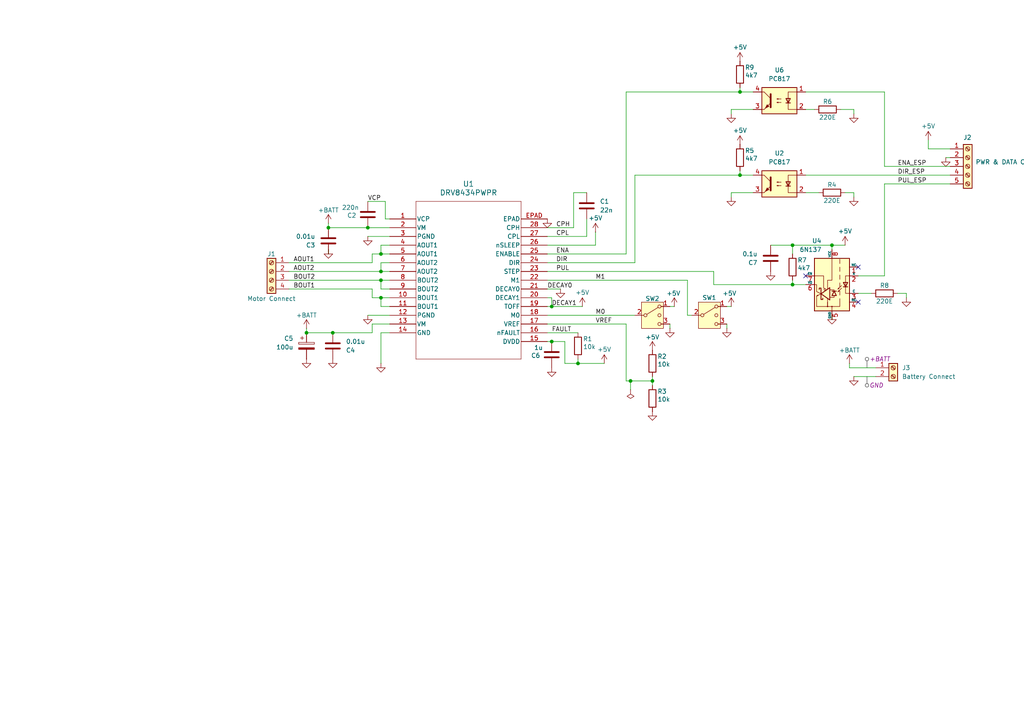
<source format=kicad_sch>
(kicad_sch (version 20250114) (generator "eeschema") (generator_version "9.0")
  (paper "A4")
  (lib_symbols
    (symbol "Connector:Screw_Terminal_01x02" (pin_names (offset 1.016) (hide yes))
      (property "Reference" "J3" (at 2.54 0.0001 0))
      (property "Value" "Battery Connect" (at 2.54 -2.5399 0))
      (symbol "Screw_Terminal_01x02_1_1"
        (rectangle (start -1.27 1.27) (end 1.27 -3.81) (stroke (width 0.254)) (fill (type background)))
        (polyline (pts (xy -0.5334 0.3302) (xy 0.3302 -0.508)) (stroke (width 0.1524)))
        (polyline (pts (xy -0.5334 -2.2098) (xy 0.3302 -3.048)) (stroke (width 0.1524)))
        (polyline (pts (xy -0.3556 0.508) (xy 0.508 -0.3302)) (stroke (width 0.1524)))
        (polyline (pts (xy -0.3556 -2.032) (xy 0.508 -2.8702)) (stroke (width 0.1524)))
        (circle (center 0 0) (radius 0.635) (stroke (width 0.1524)))
        (circle (center 0 -2.54) (radius 0.635) (stroke (width 0.1524)))
        (pin power_out line (at -5.08 0 0) (length 3.81) (name "Pin_1") (number "1"))
        (pin power_out line (at -5.08 -2.54 0) (length 3.81) (name "Pin_2") (number "2"))
      )
    )
    (symbol "Connector:Screw_Terminal_01x04" (pin_names (offset 1.016) (hide yes))
      (property "Reference" "J" (at 0 5.08 0))
      (property "Value" "Screw_Terminal_01x04" (at 0 -7.62 0))
      (symbol "Screw_Terminal_01x04_1_1"
        (rectangle (start -1.27 3.81) (end 1.27 -6.35) (stroke (width 0.254)) (fill (type background)))
        (polyline (pts (xy -0.5334 2.8702) (xy 0.3302 2.032)) (stroke (width 0.1524)))
        (polyline (pts (xy -0.5334 0.3302) (xy 0.3302 -0.508)) (stroke (width 0.1524)))
        (polyline (pts (xy -0.5334 -2.2098) (xy 0.3302 -3.048)) (stroke (width 0.1524)))
        (polyline (pts (xy -0.5334 -4.7498) (xy 0.3302 -5.588)) (stroke (width 0.1524)))
        (polyline (pts (xy -0.3556 3.048) (xy 0.508 2.2098)) (stroke (width 0.1524)))
        (polyline (pts (xy -0.3556 0.508) (xy 0.508 -0.3302)) (stroke (width 0.1524)))
        (polyline (pts (xy -0.3556 -2.032) (xy 0.508 -2.8702)) (stroke (width 0.1524)))
        (polyline (pts (xy -0.3556 -4.572) (xy 0.508 -5.4102)) (stroke (width 0.1524)))
        (circle (center 0 2.54) (radius 0.635) (stroke (width 0.1524)))
        (circle (center 0 0) (radius 0.635) (stroke (width 0.1524)))
        (circle (center 0 -2.54) (radius 0.635) (stroke (width 0.1524)))
        (circle (center 0 -5.08) (radius 0.635) (stroke (width 0.1524)))
        (pin passive line (at -5.08 2.54 0) (length 3.81) (name "Pin_1") (number "1"))
        (pin passive line (at -5.08 0 0) (length 3.81) (name "Pin_2") (number "2"))
        (pin passive line (at -5.08 -2.54 0) (length 3.81) (name "Pin_3") (number "3"))
        (pin passive line (at -5.08 -5.08 0) (length 3.81) (name "Pin_4") (number "4"))
      )
    )
    (symbol "Connector:Screw_Terminal_01x05" (pin_names (offset 1.016) (hide yes))
      (property "Reference" "J2" (at -1.27 8.382 0))
      (property "Value" "PWR & DATA Connect" (at 2.286 1.27 0))
      (symbol "Screw_Terminal_01x05_1_1"
        (rectangle (start -1.27 6.35) (end 1.27 -6.35) (stroke (width 0.254)) (fill (type background)))
        (polyline (pts (xy -0.5334 5.4102) (xy 0.3302 4.572)) (stroke (width 0.1524)))
        (polyline (pts (xy -0.5334 2.8702) (xy 0.3302 2.032)) (stroke (width 0.1524)))
        (polyline (pts (xy -0.5334 0.3302) (xy 0.3302 -0.508)) (stroke (width 0.1524)))
        (polyline (pts (xy -0.5334 -2.2098) (xy 0.3302 -3.048)) (stroke (width 0.1524)))
        (polyline (pts (xy -0.5334 -4.7498) (xy 0.3302 -5.588)) (stroke (width 0.1524)))
        (polyline (pts (xy -0.3556 5.588) (xy 0.508 4.7498)) (stroke (width 0.1524)))
        (polyline (pts (xy -0.3556 3.048) (xy 0.508 2.2098)) (stroke (width 0.1524)))
        (polyline (pts (xy -0.3556 0.508) (xy 0.508 -0.3302)) (stroke (width 0.1524)))
        (polyline (pts (xy -0.3556 -2.032) (xy 0.508 -2.8702)) (stroke (width 0.1524)))
        (polyline (pts (xy -0.3556 -4.572) (xy 0.508 -5.4102)) (stroke (width 0.1524)))
        (circle (center 0 5.08) (radius 0.635) (stroke (width 0.1524)))
        (circle (center 0 2.54) (radius 0.635) (stroke (width 0.1524)))
        (circle (center 0 0) (radius 0.635) (stroke (width 0.1524)))
        (circle (center 0 -2.54) (radius 0.635) (stroke (width 0.1524)))
        (circle (center 0 -5.08) (radius 0.635) (stroke (width 0.1524)))
        (pin power_out line (at -5.08 5.08 0) (length 3.81) (name "Pin_1") (number "1"))
        (pin passive line (at -5.08 2.54 0) (length 3.81) (name "Pin_2") (number "2"))
        (pin passive line (at -5.08 0 0) (length 3.81) (name "Pin_3") (number "3"))
        (pin passive line (at -5.08 -2.54 0) (length 3.81) (name "Pin_4") (number "4"))
        (pin passive line (at -5.08 -5.08 0) (length 3.81) (name "Pin_5") (number "5"))
      )
    )
    (symbol "DRV8434:DRV8434PWPR" (pin_names (offset 0.254))
      (property "Reference" "U" (at 22.86 10.16 0))
      (property "Value" "DRV8434PWPR" (at 22.86 7.62 0))
      (symbol "DRV8434PWPR_0_1"
        (polyline (pts (xy 7.62 5.08) (xy 7.62 -40.64)) (stroke (width 0.127)))
        (polyline (pts (xy 7.62 -40.64) (xy 38.1 -40.64)) (stroke (width 0.127)))
        (polyline (pts (xy 38.1 5.08) (xy 7.62 5.08)) (stroke (width 0.127)))
        (polyline (pts (xy 38.1 -40.64) (xy 38.1 5.08)) (stroke (width 0.127)))
        (pin unspecified line (at 0 0 0) (length 7.62) (name "VCP") (number "1"))
        (pin unspecified line (at 0 -2.54 0) (length 7.62) (name "VM") (number "2"))
        (pin output line (at 0 -7.62 0) (length 7.62) (name "AOUT1") (number "4"))
        (pin output line (at 0 -12.7 0) (length 7.62) (name "AOUT2") (number "6"))
        (pin output line (at 0 -17.78 0) (length 7.62) (name "BOUT2") (number "8"))
        (pin output line (at 0 -22.86 0) (length 7.62) (name "BOUT1") (number "10"))
        (pin unspecified line (at 0 -30.48 0) (length 7.62) (name "VM") (number "13"))
        (pin unspecified line (at 45.72 0 180) (length 7.62) (name "EPAD") (number "EPAD"))
        (pin unspecified line (at 45.72 -2.54 180) (length 7.62) (name "CPH") (number "28"))
        (pin unspecified line (at 45.72 -5.08 180) (length 7.62) (name "CPL") (number "27"))
        (pin unspecified line (at 45.72 -7.62 180) (length 7.62) (name "nSLEEP") (number "26"))
        (pin unspecified line (at 45.72 -10.16 180) (length 7.62) (name "ENABLE") (number "25"))
        (pin unspecified line (at 45.72 -12.7 180) (length 7.62) (name "DIR") (number "24"))
        (pin unspecified line (at 45.72 -15.24 180) (length 7.62) (name "STEP") (number "23"))
        (pin bidirectional line (at 45.72 -17.78 180) (length 7.62) (name "M1") (number "22"))
        (pin bidirectional line (at 45.72 -20.32 180) (length 7.62) (name "DECAY0") (number "21"))
        (pin bidirectional line (at 45.72 -22.86 180) (length 7.62) (name "DECAY1") (number "20"))
        (pin unspecified line (at 45.72 -25.4 180) (length 7.62) (name "TOFF") (number "19"))
        (pin bidirectional line (at 45.72 -27.94 180) (length 7.62) (name "M0") (number "18"))
        (pin power_in line (at 45.72 -30.48 180) (length 7.62) (name "VREF") (number "17"))
        (pin unspecified line (at 45.72 -33.02 180) (length 7.62) (name "nFAULT") (number "16"))
        (pin power_in line (at 45.72 -35.56 180) (length 7.62) (name "DVDD") (number "15"))
      )
      (symbol "DRV8434PWPR_1_1"
        (pin power_in line (at 0 -5.08 0) (length 7.62) (name "PGND") (number "3"))
        (pin passive line (at 0 -10.16 0) (length 7.62) (name "AOUT1") (number "5"))
        (pin passive line (at 0 -15.24 0) (length 7.62) (name "AOUT2") (number "7"))
        (pin passive line (at 0 -20.32 0) (length 7.62) (name "BOUT2") (number "9"))
        (pin passive line (at 0 -25.4 0) (length 7.62) (name "BOUT1") (number "11"))
        (pin power_in line (at 0 -27.94 0) (length 7.62) (name "PGND") (number "12"))
        (pin power_in line (at 0 -33.02 0) (length 7.62) (name "GND") (number "14"))
      )
    )
    (symbol "Device:C" (pin_numbers (hide yes)) (pin_names (offset 0.254))
      (property "Reference" "C" (at 0.635 2.54 0))
      (property "Value" "C" (at 0.635 -2.54 0))
      (symbol "C_0_1"
        (polyline (pts (xy -2.032 0.762) (xy 2.032 0.762)) (stroke (width 0.508)))
        (polyline (pts (xy -2.032 -0.762) (xy 2.032 -0.762)) (stroke (width 0.508)))
      )
      (symbol "C_1_1"
        (pin passive line (at 0 3.81 270) (length 2.794) (name "~") (number "1"))
        (pin passive line (at 0 -3.81 90) (length 2.794) (name "~") (number "2"))
      )
    )
    (symbol "Device:C_Polarized" (pin_numbers (hide yes)) (pin_names (offset 0.254))
      (property "Reference" "C" (at 0.635 2.54 0))
      (property "Value" "C_Polarized" (at 0.635 -2.54 0))
      (symbol "C_Polarized_0_1"
        (rectangle (start -2.286 0.508) (end 2.286 1.016))
        (polyline (pts (xy -1.778 2.286) (xy -0.762 2.286)))
        (polyline (pts (xy -1.27 2.794) (xy -1.27 1.778)))
        (rectangle (start 2.286 -0.508) (end -2.286 -1.016) (fill (type outline)))
      )
      (symbol "C_Polarized_1_1"
        (pin passive line (at 0 3.81 270) (length 2.794) (name "~") (number "1"))
        (pin passive line (at 0 -3.81 90) (length 2.794) (name "~") (number "2"))
      )
    )
    (symbol "Device:R" (pin_numbers (hide yes)) (pin_names (offset 0))
      (property "Reference" "R" (at 2.032 0 90))
      (property "Value" "R" (at 0 0 90))
      (symbol "R_0_1"
        (rectangle (start -1.016 -2.54) (end 1.016 2.54) (stroke (width 0.254)))
      )
      (symbol "R_1_1"
        (pin passive line (at 0 3.81 270) (length 1.27) (name "~") (number "1"))
        (pin passive line (at 0 -3.81 90) (length 1.27) (name "~") (number "2"))
      )
    )
    (symbol "Isolator:6N137" (pin_names (offset 0))
      (property "Reference" "U" (at -4.064 8.89 0))
      (property "Value" "6N137" (at 0 -8.89 0))
      (symbol "6N137_0_1"
        (polyline (pts (xy -5.08 -2.54) (xy -3.937 -2.54) (xy -3.937 2.54) (xy -5.08 2.54)))
        (polyline (pts (xy -2.794 -0.254) (xy -1.717 -1.331) (xy -2.076 -1.152) (xy -1.896 -0.972) (xy -1.717 -1.331)))
        (polyline (pts (xy -2.794 -1.016) (xy -1.717 -2.093) (xy -2.076 -1.914) (xy -1.896 -1.734) (xy -1.717 -2.093)))
        (polyline (pts (xy 0 -6.35) (xy -2.286 -6.35) (xy -2.286 -4.064)))
        (polyline (pts (xy 1.27 -5.08) (xy 1.27 -6.35) (xy 0 -6.35) (xy 0 -7.62)))
        (polyline (pts (xy 3.175 -2.667) (xy 0.635 -4.445) (xy 0.635 -0.889) (xy 3.175 -2.667)) (stroke (width 0.254)))
      )
      (symbol "6N137_1_1"
        (rectangle (start -5.08 7.62) (end 5.08 -7.62) (stroke (width 0.254)) (fill (type background)))
        (polyline (pts (xy -4.572 -0.635) (xy -3.302 -0.635)) (stroke (width 0.254)))
        (polyline (pts (xy -3.937 -0.635) (xy -4.572 0.635) (xy -3.302 0.635) (xy -3.937 -0.635)) (stroke (width 0.254)))
        (polyline (pts (xy -2.286 7.366) (xy -2.286 6.096)))
        (polyline (pts (xy -2.286 5.08) (xy -2.286 3.81)))
        (polyline (pts (xy -2.286 2.794) (xy -2.286 1.524)))
        (polyline (pts (xy -2.286 0.508) (xy -2.286 -0.762)))
        (polyline (pts (xy -2.286 -1.778) (xy -2.286 -3.048)))
        (polyline (pts (xy -1.27 -1.905) (xy 0 -1.905)) (stroke (width 0.254)))
        (polyline (pts (xy -0.635 -1.905) (xy -0.635 -1.524) (xy 0.508 -1.524)))
        (polyline (pts (xy -0.635 -1.905) (xy -1.27 -3.175) (xy 0 -3.175) (xy -0.635 -1.905)) (stroke (width 0.254)))
        (polyline (pts (xy -0.635 -3.302) (xy -0.635 -3.683) (xy 0.635 -3.683)))
        (circle (center 0 -6.35) (radius 0.127) (fill (type outline)))
        (polyline (pts (xy 1.27 -1.27) (xy 1.27 1.27) (xy 0 1.27) (xy 0 7.62)))
        (polyline (pts (xy 1.27 -4.064) (xy 1.27 -6.35) (xy 4.445 -6.35)))
        (circle (center 1.27 -6.35) (radius 0.127) (fill (type outline)))
        (circle (center 2.032 -1.397) (radius 0.254))
        (polyline (pts (xy 2.1844 -1.1684) (xy 2.413 -0.889) (xy 2.413 2.54) (xy 5.08 2.54)))
        (polyline (pts (xy 3.175 -2.667) (xy 4.445 -3.302) (xy 4.445 -6.35)))
        (polyline (pts (xy 3.175 -2.667) (xy 3.175 -1.016) (xy 3.683 -1.016) (xy 3.683 -1.397)) (stroke (width 0.254)))
        (polyline (pts (xy 3.175 -2.667) (xy 3.175 -4.318) (xy 2.667 -4.318) (xy 2.667 -3.937)) (stroke (width 0.254)))
        (polyline (pts (xy 3.175 -2.667) (xy 4.445 -2.032) (xy 4.445 0) (xy 5.08 0)))
        (polyline (pts (xy 4.445 -3.302) (xy 4.161 -3.018) (xy 4.047 -3.246) (xy 4.445 -3.302)) (stroke (width 0.127)) (fill (type outline)))
        (pin passive line (at -7.62 5.08 0) (length 2.54) (name "NC") (number "1"))
        (pin passive line (at -7.62 2.54 0) (length 2.54) (name "A") (number "2"))
        (pin passive line (at -7.62 -2.54 0) (length 2.54) (name "C") (number "3"))
        (pin passive line (at -7.62 -5.08 0) (length 2.54) (name "NC") (number "4"))
        (pin power_in line (at 0 10.16 270) (length 2.54) (name "VCC") (number "8"))
        (pin power_in line (at 0 -10.16 90) (length 2.54) (name "GND") (number "5"))
        (pin input line (at 7.62 2.54 180) (length 2.54) (name "EN") (number "7"))
        (pin open_collector line (at 7.62 0 180) (length 2.54) (name "VO") (number "6"))
      )
    )
    (symbol "Isolator:PC817" (pin_names (offset 1.016))
      (property "Reference" "U" (at -5.08 5.08 0))
      (property "Value" "PC817" (at 0 5.08 0))
      (symbol "PC817_0_1"
        (rectangle (start -5.08 3.81) (end 5.08 -3.81) (stroke (width 0.254)) (fill (type background)))
        (polyline (pts (xy -5.08 2.54) (xy -2.54 2.54) (xy -2.54 -0.635)))
        (polyline (pts (xy -3.175 -0.635) (xy -1.905 -0.635)) (stroke (width 0.254)))
        (polyline (pts (xy -2.54 -0.635) (xy -2.54 -2.54) (xy -5.08 -2.54)))
        (polyline (pts (xy -2.54 -0.635) (xy -3.175 0.635) (xy -1.905 0.635) (xy -2.54 -0.635)) (stroke (width 0.254)))
        (polyline (pts (xy -0.508 0.508) (xy 0.762 0.508) (xy 0.381 0.381) (xy 0.381 0.635) (xy 0.762 0.508)))
        (polyline (pts (xy -0.508 -0.508) (xy 0.762 -0.508) (xy 0.381 -0.635) (xy 0.381 -0.381) (xy 0.762 -0.508)))
        (polyline (pts (xy 2.54 1.905) (xy 2.54 -1.905) (xy 2.54 -1.905)) (stroke (width 0.508)))
        (polyline (pts (xy 2.54 0.635) (xy 4.445 2.54)))
        (polyline (pts (xy 3.048 -1.651) (xy 3.556 -1.143) (xy 4.064 -2.159) (xy 3.048 -1.651) (xy 3.048 -1.651)) (fill (type outline)))
        (polyline (pts (xy 4.445 2.54) (xy 5.08 2.54)))
        (polyline (pts (xy 4.445 -2.54) (xy 2.54 -0.635)) (fill (type outline)))
        (polyline (pts (xy 4.445 -2.54) (xy 5.08 -2.54)))
      )
      (symbol "PC817_1_1"
        (pin passive line (at -7.62 2.54 0) (length 2.54) (name "~") (number "1"))
        (pin passive line (at -7.62 -2.54 0) (length 2.54) (name "~") (number "2"))
        (pin passive line (at 7.62 2.54 180) (length 2.54) (name "~") (number "4"))
        (pin passive line (at 7.62 -2.54 180) (length 2.54) (name "~") (number "3"))
      )
    )
    (symbol "Switch:SW_SPDT_MSM" (pin_names (offset 0) (hide yes))
      (property "Reference" "SW" (at 0 5.08 0))
      (property "Value" "SW_SPDT_MSM" (at 0 -5.08 0))
      (symbol "SW_SPDT_MSM_0_1"
        (circle (center -2.032 0) (radius 0.4572))
        (polyline (pts (xy -1.651 0.254) (xy 1.651 2.286)))
        (circle (center 2.032 2.54) (radius 0.4572))
        (circle (center 2.032 0) (radius 0.4572))
        (circle (center 2.032 -2.54) (radius 0.4572))
      )
      (symbol "SW_SPDT_MSM_1_1"
        (rectangle (start -3.175 3.81) (end 3.175 -3.81) (fill (type background)))
        (pin passive line (at -5.08 0 0) (length 2.54) (name "3") (number "2"))
        (pin passive line (at 5.08 2.54 180) (length 2.54) (name "1") (number "1"))
        (pin passive line (at 5.08 -2.54 180) (length 2.54) (name "4") (number "3"))
      )
    )
    (symbol "power:+5V" (power) (pin_numbers (hide yes)) (pin_names (offset 0) (hide yes))
      (property "Value" "+5V" (at 0 3.556 0))
      (symbol "+5V_0_1"
        (polyline (pts (xy -0.762 1.27) (xy 0 2.54)))
        (polyline (pts (xy 0 2.54) (xy 0.762 1.27)))
        (polyline (pts (xy 0 0) (xy 0 2.54)))
      )
      (symbol "+5V_1_1"
        (pin power_in line (at 0 0 90) (length 0) (name "~") (number "1"))
      )
    )
    (symbol "power:+BATT" (power) (pin_numbers (hide yes)) (pin_names (offset 0) (hide yes))
      (property "Value" "+BATT" (at 0 3.556 0))
      (symbol "+BATT_0_1"
        (polyline (pts (xy -0.762 1.27) (xy 0 2.54)))
        (polyline (pts (xy 0 2.54) (xy 0.762 1.27)))
        (polyline (pts (xy 0 0) (xy 0 2.54)))
      )
      (symbol "+BATT_1_1"
        (pin power_in line (at 0 0 90) (length 0) (name "~") (number "1"))
      )
    )
    (symbol "power:GND" (power) (pin_numbers (hide yes)) (pin_names (offset 0) (hide yes))
      (property "Value" "GND" (at 0 -3.81 0))
      (symbol "GND_0_1"
        (polyline (pts (xy 0 0) (xy 0 -1.27) (xy 1.27 -1.27) (xy 0 -2.54) (xy -1.27 -1.27) (xy 0 -1.27)))
      )
      (symbol "GND_1_1"
        (pin power_in line (at 0 0 270) (length 0) (name "~") (number "1"))
      )
    )
    (symbol "power:PWR_FLAG" (power) (pin_numbers (hide yes)) (pin_names (offset 0) (hide yes))
      (property "Value" "PWR_FLAG" (at 0 3.81 0))
      (symbol "PWR_FLAG_0_0"
        (pin power_out line (at 0 0 90) (length 0) (name "~") (number "1"))
      )
      (symbol "PWR_FLAG_0_1"
        (polyline (pts (xy 0 0) (xy 0 1.27) (xy -1.016 1.905) (xy 0 2.54) (xy 1.016 1.905) (xy 0 1.27)))
      )
    )
  )
  (junction (at 160.02 99.06))
  (junction (at 182.88 110.49))
  (junction (at 95.25 66.04))
  (junction (at 110.49 73.66))
  (junction (at 214.63 50.8))
  (junction (at 110.49 86.36))
  (junction (at 88.9 96.52))
  (junction (at 214.63 26.67))
  (junction (at 106.68 66.04))
  (junction (at 96.52 96.52))
  (junction (at 229.87 71.12))
  (junction (at 160.02 88.9))
  (junction (at 241.3 71.12))
  (junction (at 167.64 105.41))
  (junction (at 110.49 78.74))
  (junction (at 229.87 82.55))
  (junction (at 110.49 81.28))
  (junction (at 189.23 110.49))
  (no_connect (at 233.68 80.01))
  (no_connect (at 248.92 87.63))
  (no_connect (at 248.92 77.47))
  (wire (pts (xy 83.82 76.2) (xy 107.95 76.2)))
  (wire (pts (xy 113.03 71.12) (xy 110.49 71.12)))
  (wire (pts (xy 110.49 88.9) (xy 110.49 86.36)))
  (wire (pts (xy 167.64 104.14) (xy 167.64 105.41)))
  (wire (pts (xy 260.35 85.09) (xy 262.89 85.09)))
  (wire (pts (xy 247.65 55.88) (xy 247.65 57.15)))
  (wire (pts (xy 233.68 31.75) (xy 236.22 31.75)))
  (wire (pts (xy 241.3 92.71) (xy 241.3 91.44)))
  (wire (pts (xy 111.76 58.42) (xy 111.76 63.5)))
  (wire (pts (xy 184.15 50.8) (xy 214.63 50.8)))
  (wire (pts (xy 111.76 63.5) (xy 113.03 63.5)))
  (wire (pts (xy 107.95 73.66) (xy 107.95 76.2)))
  (wire (pts (xy 158.75 99.06) (xy 160.02 99.06)))
  (wire (pts (xy 256.54 80.01) (xy 248.92 80.01)))
  (wire (pts (xy 246.38 105.41) (xy 246.38 106.68)))
  (wire (pts (xy 163.83 105.41) (xy 163.83 99.06)))
  (wire (pts (xy 83.82 81.28) (xy 110.49 81.28)))
  (wire (pts (xy 194.31 93.98) (xy 194.31 95.25)))
  (wire (pts (xy 189.23 110.49) (xy 189.23 111.76)))
  (wire (pts (xy 207.01 82.55) (xy 229.87 82.55)))
  (wire (pts (xy 229.87 71.12) (xy 229.87 73.66)))
  (wire (pts (xy 106.68 66.04) (xy 113.03 66.04)))
  (wire (pts (xy 106.68 68.58) (xy 113.03 68.58)))
  (wire (pts (xy 167.64 105.41) (xy 175.26 105.41)))
  (wire (pts (xy 113.03 96.52) (xy 110.49 96.52)))
  (wire (pts (xy 166.37 66.04) (xy 158.75 66.04)))
  (wire (pts (xy 247.65 109.22) (xy 254 109.22)))
  (wire (pts (xy 107.95 93.98) (xy 107.95 96.52)))
  (wire (pts (xy 106.68 91.44) (xy 113.03 91.44)))
  (wire (pts (xy 107.95 86.36) (xy 107.95 83.82)))
  (wire (pts (xy 181.61 73.66) (xy 158.75 73.66)))
  (wire (pts (xy 113.03 88.9) (xy 110.49 88.9)))
  (wire (pts (xy 199.39 91.44) (xy 199.39 81.28)))
  (wire (pts (xy 110.49 81.28) (xy 113.03 81.28)))
  (wire (pts (xy 172.72 67.31) (xy 172.72 71.12)))
  (wire (pts (xy 113.03 76.2) (xy 110.49 76.2)))
  (wire (pts (xy 247.65 31.75) (xy 247.65 33.02)))
  (wire (pts (xy 110.49 96.52) (xy 110.49 105.41)))
  (wire (pts (xy 170.18 68.58) (xy 158.75 68.58)))
  (wire (pts (xy 95.25 64.77) (xy 95.25 66.04)))
  (wire (pts (xy 158.75 83.82) (xy 162.56 83.82)))
  (wire (pts (xy 107.95 83.82) (xy 83.82 83.82)))
  (wire (pts (xy 256.54 48.26) (xy 256.54 26.67)))
  (wire (pts (xy 189.23 109.22) (xy 189.23 110.49)))
  (wire (pts (xy 241.3 71.12) (xy 241.3 72.39)))
  (wire (pts (xy 229.87 71.12) (xy 241.3 71.12)))
  (wire (pts (xy 256.54 53.34) (xy 256.54 80.01)))
  (wire (pts (xy 269.24 43.18) (xy 269.24 40.64)))
  (wire (pts (xy 181.61 110.49) (xy 182.88 110.49)))
  (wire (pts (xy 110.49 86.36) (xy 113.03 86.36)))
  (wire (pts (xy 256.54 53.34) (xy 275.59 53.34)))
  (wire (pts (xy 246.38 106.68) (xy 254 106.68)))
  (wire (pts (xy 88.9 96.52) (xy 96.52 96.52)))
  (wire (pts (xy 184.15 50.8) (xy 184.15 76.2)))
  (wire (pts (xy 160.02 88.9) (xy 168.91 88.9)))
  (wire (pts (xy 181.61 26.67) (xy 214.63 26.67)))
  (wire (pts (xy 113.03 93.98) (xy 107.95 93.98)))
  (wire (pts (xy 160.02 86.36) (xy 160.02 88.9)))
  (wire (pts (xy 262.89 85.09) (xy 262.89 86.36)))
  (wire (pts (xy 110.49 78.74) (xy 113.03 78.74)))
  (wire (pts (xy 210.82 95.25) (xy 210.82 93.98)))
  (wire (pts (xy 158.75 76.2) (xy 184.15 76.2)))
  (wire (pts (xy 229.87 81.28) (xy 229.87 82.55)))
  (wire (pts (xy 96.52 96.52) (xy 107.95 96.52)))
  (wire (pts (xy 110.49 83.82) (xy 110.49 81.28)))
  (wire (pts (xy 269.24 43.18) (xy 275.59 43.18)))
  (wire (pts (xy 207.01 82.55) (xy 207.01 78.74)))
  (wire (pts (xy 170.18 63.5) (xy 170.18 68.58)))
  (wire (pts (xy 212.09 31.75) (xy 212.09 33.02)))
  (wire (pts (xy 214.63 25.4) (xy 214.63 26.67)))
  (wire (pts (xy 106.68 58.42) (xy 111.76 58.42)))
  (wire (pts (xy 172.72 71.12) (xy 158.75 71.12)))
  (wire (pts (xy 163.83 99.06) (xy 160.02 99.06)))
  (wire (pts (xy 166.37 55.88) (xy 170.18 55.88)))
  (wire (pts (xy 158.75 91.44) (xy 184.15 91.44)))
  (wire (pts (xy 95.25 66.04) (xy 106.68 66.04)))
  (wire (pts (xy 107.95 73.66) (xy 110.49 73.66)))
  (wire (pts (xy 95.25 72.39) (xy 95.25 73.66)))
  (wire (pts (xy 212.09 55.88) (xy 212.09 57.15)))
  (wire (pts (xy 163.83 105.41) (xy 167.64 105.41)))
  (wire (pts (xy 245.11 55.88) (xy 247.65 55.88)))
  (wire (pts (xy 182.88 110.49) (xy 189.23 110.49)))
  (wire (pts (xy 158.75 96.52) (xy 167.64 96.52)))
  (wire (pts (xy 229.87 82.55) (xy 233.68 82.55)))
  (wire (pts (xy 181.61 93.98) (xy 181.61 110.49)))
  (wire (pts (xy 256.54 48.26) (xy 275.59 48.26)))
  (wire (pts (xy 166.37 55.88) (xy 166.37 66.04)))
  (wire (pts (xy 158.75 78.74) (xy 207.01 78.74)))
  (wire (pts (xy 233.68 50.8) (xy 275.59 50.8)))
  (wire (pts (xy 113.03 83.82) (xy 110.49 83.82)))
  (wire (pts (xy 245.11 71.12) (xy 241.3 71.12)))
  (wire (pts (xy 212.09 31.75) (xy 218.44 31.75)))
  (wire (pts (xy 237.49 55.88) (xy 233.68 55.88)))
  (wire (pts (xy 223.52 71.12) (xy 229.87 71.12)))
  (wire (pts (xy 110.49 73.66) (xy 113.03 73.66)))
  (wire (pts (xy 199.39 81.28) (xy 158.75 81.28)))
  (wire (pts (xy 194.31 88.9) (xy 195.58 88.9)))
  (wire (pts (xy 110.49 71.12) (xy 110.49 73.66)))
  (wire (pts (xy 88.9 95.25) (xy 88.9 96.52)))
  (wire (pts (xy 214.63 50.8) (xy 218.44 50.8)))
  (wire (pts (xy 158.75 88.9) (xy 160.02 88.9)))
  (wire (pts (xy 107.95 86.36) (xy 110.49 86.36)))
  (wire (pts (xy 256.54 26.67) (xy 233.68 26.67)))
  (wire (pts (xy 210.82 88.9) (xy 212.09 88.9)))
  (wire (pts (xy 252.73 85.09) (xy 248.92 85.09)))
  (wire (pts (xy 274.32 45.72) (xy 275.59 45.72)))
  (wire (pts (xy 158.75 93.98) (xy 181.61 93.98)))
  (wire (pts (xy 181.61 26.67) (xy 181.61 73.66)))
  (wire (pts (xy 199.39 91.44) (xy 200.66 91.44)))
  (wire (pts (xy 214.63 49.53) (xy 214.63 50.8)))
  (wire (pts (xy 212.09 55.88) (xy 218.44 55.88)))
  (wire (pts (xy 110.49 76.2) (xy 110.49 78.74)))
  (wire (pts (xy 158.75 86.36) (xy 160.02 86.36)))
  (wire (pts (xy 182.88 110.49) (xy 182.88 113.03)))
  (wire (pts (xy 83.82 78.74) (xy 110.49 78.74)))
  (wire (pts (xy 243.84 31.75) (xy 247.65 31.75)))
  (wire (pts (xy 214.63 26.67) (xy 218.44 26.67)))
  (label "ENA_ESP" (at 260.35 48.26 0))
  (label "AOUT1" (at 85.09 76.2 0))
  (label "CPL" (at 161.29 68.58 0))
  (label "CPH" (at 161.29 66.04 0))
  (label "M1" (at 172.72 81.28 0))
  (label "ENA" (at 161.29 73.66 0))
  (label "PUL" (at 161.29 78.74 0))
  (label "AOUT2" (at 85.09 78.74 0))
  (label "BOUT2" (at 85.09 81.28 0))
  (label "DIR_ESP" (at 260.35 50.8 0))
  (label "DIR" (at 161.29 76.2 0))
  (label "M0" (at 172.72 91.44 0))
  (label "DECAY0" (at 158.75 83.82 0))
  (label "DECAY1" (at 160.02 88.9 0))
  (label "BOUT1" (at 85.09 83.82 0))
  (label "VREF" (at 172.72 93.98 0))
  (label "FAULT" (at 160.02 96.52 0))
  (label "PUL_ESP" (at 260.35 53.34 0))
  (label "VCP" (at 106.68 58.42 0))
  (netclass_flag "" (length 2.54) (shape round) (at 251.46 106.68 0) (property "Netclass" "+BATT" (at 252.1585 104.14 0) (effects (font (italic yes)) (justify left))))
  (netclass_flag "" (length 2.54) (shape round) (at 251.46 109.22 180) (property "Netclass" "GND" (at 252.1585 111.76 0) (effects (font (italic yes)) (justify left))))
  (symbol (lib_id "Device:C") (at 160.02 102.87 0) (unit 1)
    (property "Reference" "C6" (at 156.718 103.124 0) (effects (justify right)))
    (property "Value" "1u" (at 157.48 100.838 0) (effects (justify right)))
    (property "Footprint" "Capacitor_SMD:C_0603_1608Metric_Pad1.08x0.95mm_HandSolder" (effects (hide yes)))
    (property "Description" "Unpolarized capacitor" (effects (hide yes)))
  )
  (symbol (lib_id "power:GND") (at 162.56 83.82 0) (unit 1)
    (property "Reference" "#PWR018" (effects (hide yes)))
    (property "Value" "GND" (effects (hide yes)))
    (property "Description" "Power symbol creates a global label with name \"GND\" , ground" (effects (hide yes)))
  )
  (symbol (lib_id "Isolator:6N137") (at 241.3 82.55 0) (mirror y) (unit 1)
    (property "Reference" "U4" (at 238.2835 69.85 0) (effects (justify left)))
    (property "Value" "6N137" (at 238.2835 72.39 0) (effects (justify left)))
    (property "Footprint" "Package_DIP:DIP-8_W7.62mm" (effects (hide yes)))
    (property "Datasheet" "https://docs.broadcom.com/docs/AV02-0940EN" (effects (hide yes)))
    (property "Description" "Single High Speed LSTTL/TTL Compatible Optocoupler with enable, dV/dt 1000/us, VCM 10, max 7V VCC, DIP-8" (effects (hide yes)))
  )
  (symbol (lib_id "power:+BATT") (at 88.9 95.25 0) (unit 1)
    (property "Reference" "#PWR08" (effects (hide yes)))
    (property "Value" "+BATT" (at 88.9 91.44 0))
    (property "Description" "Power symbol creates a global label with name \"+BATT\"" (effects (hide yes)))
  )
  (symbol (lib_id "Device:R") (at 241.3 55.88 270) (unit 1)
    (property "Reference" "R4" (at 241.3 53.594 90))
    (property "Value" "220E" (at 241.3 58.166 90))
    (property "Footprint" "Resistor_SMD:R_0603_1608Metric_Pad0.98x0.95mm_HandSolder" (effects (hide yes)))
    (property "Description" "Resistor" (effects (hide yes)))
  )
  (symbol (lib_id "Connector:Screw_Terminal_01x04") (at 78.74 78.74 0) (mirror y) (unit 1)
    (property "Reference" "J1" (at 78.74 73.66 0))
    (property "Value" "Motor Connect" (at 78.74 86.614 0))
    (property "Footprint" "Connector_Phoenix_MSTB:PhoenixContact_MSTBA_2,5_4-G-5,08_1x04_P5.08mm_Horizontal" (effects (hide yes)))
    (property "Description" "Phoenix Connect MSTBA 1x4 5.08mm" (effects (hide yes)))
  )
  (symbol (lib_id "Isolator:PC817") (at 226.06 53.34 0) (mirror y) (unit 1)
    (property "Reference" "U2" (at 226.06 44.45 0))
    (property "Value" "PC817" (at 226.06 46.99 0))
    (property "Footprint" "Package_DIP:DIP-4_W7.62mm" (effects (hide yes)))
    (property "Datasheet" "http://www.soselectronic.cz/a_info/resource/d/pc817.pdf" (effects (hide yes)))
    (property "Description" "DC Optocoupler, Vce 35V, CTR 50-300%, DIP-4" (effects (hide yes)))
  )
  (symbol (lib_id "power:GND") (at 88.9 104.14 0) (unit 1)
    (property "Reference" "#PWR06" (effects (hide yes)))
    (property "Value" "GND" (effects (hide yes)))
    (property "Description" "Power symbol creates a global label with name \"GND\" , ground" (effects (hide yes)))
  )
  (symbol (lib_id "power:GND") (at 210.82 95.25 0) (unit 1)
    (property "Reference" "#PWR012" (effects (hide yes)))
    (property "Value" "GND" (effects (hide yes)))
    (property "Description" "Power symbol creates a global label with name \"GND\" , ground" (effects (hide yes)))
  )
  (symbol (lib_id "Device:R") (at 214.63 21.59 180) (unit 1)
    (property "Reference" "R9" (at 217.424 19.558 0))
    (property "Value" "4k7" (at 217.932 21.844 0))
    (property "Footprint" "Resistor_SMD:R_0603_1608Metric_Pad0.98x0.95mm_HandSolder" (effects (hide yes)))
    (property "Description" "Resistor" (effects (hide yes)))
  )
  (symbol (lib_id "Device:R") (at 167.64 100.33 180) (unit 1)
    (property "Reference" "R1" (at 170.434 98.298 0))
    (property "Value" "10k" (at 170.942 100.584 0))
    (property "Footprint" "Resistor_SMD:R_0603_1608Metric_Pad0.98x0.95mm_HandSolder" (effects (hide yes)))
    (property "Description" "Resistor" (effects (hide yes)))
  )
  (symbol (lib_id "power:+5V") (at 175.26 105.41 0) (unit 1)
    (property "Reference" "#PWR013" (effects (hide yes)))
    (property "Value" "+5V" (at 175.26 101.346 0))
    (property "Description" "Power symbol creates a global label with name \"+5V\"" (effects (hide yes)))
  )
  (symbol (lib_id "power:+BATT") (at 246.38 105.41 0) (unit 1)
    (property "Reference" "#PWR024" (effects (hide yes)))
    (property "Value" "+BATT" (at 246.38 101.6 0))
    (property "Description" "Power symbol creates a global label with name \"+BATT\"" (effects (hide yes)))
  )
  (symbol (lib_id "power:GND") (at 194.31 95.25 0) (unit 1)
    (property "Reference" "#PWR011" (effects (hide yes)))
    (property "Value" "GND" (effects (hide yes)))
    (property "Description" "Power symbol creates a global label with name \"GND\" , ground" (effects (hide yes)))
  )
  (symbol (lib_id "power:GND") (at 106.68 68.58 0) (unit 1)
    (property "Reference" "#PWR02" (effects (hide yes)))
    (property "Value" "GND" (effects (hide yes)))
    (property "Description" "Power symbol creates a global label with name \"GND\" , ground" (effects (hide yes)))
  )
  (symbol (lib_id "power:+5V") (at 195.58 88.9 0) (unit 1)
    (property "Reference" "#PWR010" (effects (hide yes)))
    (property "Value" "+5V" (at 195.326 85.09 0))
    (property "Description" "Power symbol creates a global label with name \"+5V\"" (effects (hide yes)))
  )
  (symbol (lib_id "Device:C") (at 223.52 74.93 0) (unit 1)
    (property "Reference" "C7" (at 219.71 76.2001 0) (effects (justify right)))
    (property "Value" "0.1u" (at 219.71 73.6601 0) (effects (justify right)))
    (property "Footprint" "Capacitor_SMD:C_0603_1608Metric_Pad1.08x0.95mm_HandSolder" (effects (hide yes)))
    (property "Description" "Unpolarized capacitor" (effects (hide yes)))
  )
  (symbol (lib_id "power:+5V") (at 212.09 88.9 0) (unit 1)
    (property "Reference" "#PWR09" (effects (hide yes)))
    (property "Value" "+5V" (at 211.582 85.09 0))
    (property "Description" "Power symbol creates a global label with name \"+5V\"" (effects (hide yes)))
  )
  (symbol (lib_id "Device:C") (at 95.25 69.85 0) (unit 1)
    (property "Reference" "C3" (at 91.44 71.1201 0) (effects (justify right)))
    (property "Value" "0.01u" (at 91.44 68.5801 0) (effects (justify right)))
    (property "Footprint" "Capacitor_SMD:C_0603_1608Metric_Pad1.08x0.95mm_HandSolder" (effects (hide yes)))
    (property "Description" "Unpolarized capacitor" (effects (hide yes)))
  )
  (symbol (lib_id "Device:R") (at 189.23 105.41 180) (unit 1)
    (property "Reference" "R2" (at 192.024 103.378 0))
    (property "Value" "10k" (at 192.532 105.664 0))
    (property "Footprint" "Resistor_SMD:R_0603_1608Metric_Pad0.98x0.95mm_HandSolder" (effects (hide yes)))
    (property "Description" "Resistor" (effects (hide yes)))
  )
  (symbol (lib_id "Device:R") (at 189.23 115.57 180) (unit 1)
    (property "Reference" "R3" (at 192.024 113.538 0))
    (property "Value" "10k" (at 192.532 115.824 0))
    (property "Footprint" "Resistor_SMD:R_0603_1608Metric_Pad0.98x0.95mm_HandSolder" (effects (hide yes)))
    (property "Description" "Resistor" (effects (hide yes)))
  )
  (symbol (lib_id "Device:R") (at 229.87 77.47 180) (unit 1)
    (property "Reference" "R7" (at 232.664 75.438 0))
    (property "Value" "4k7" (at 233.172 77.724 0))
    (property "Footprint" "Resistor_SMD:R_0603_1608Metric_Pad0.98x0.95mm_HandSolder" (effects (hide yes)))
    (property "Description" "Resistor" (effects (hide yes)))
  )
  (symbol (lib_id "Device:R") (at 214.63 45.72 180) (unit 1)
    (property "Reference" "R5" (at 217.424 43.688 0))
    (property "Value" "4k7" (at 217.932 45.974 0))
    (property "Footprint" "Resistor_SMD:R_0603_1608Metric_Pad0.98x0.95mm_HandSolder" (effects (hide yes)))
    (property "Description" "Resistor" (effects (hide yes)))
  )
  (symbol (lib_id "power:+5V") (at 214.63 17.78 0) (unit 1)
    (property "Reference" "#PWR021" (effects (hide yes)))
    (property "Value" "+5V" (at 214.63 13.716 0))
    (property "Description" "Power symbol creates a global label with name \"+5V\"" (effects (hide yes)))
  )
  (symbol (lib_id "power:PWR_FLAG") (at 182.88 113.03 180) (unit 1)
    (property "Reference" "#FLG04" (effects (hide yes)))
    (property "Value" "PWR_FLAG" (effects (hide yes)))
    (property "Description" "Special symbol for telling ERC where power comes from" (effects (hide yes)))
  )
  (symbol (lib_id "power:+5V") (at 245.11 71.12 0) (unit 1)
    (property "Reference" "#PWR031" (effects (hide yes)))
    (property "Value" "+5V" (at 245.11 67.056 0))
    (property "Description" "Power symbol creates a global label with name \"+5V\"" (effects (hide yes)))
  )
  (symbol (lib_id "power:+5V") (at 168.91 88.9 0) (unit 1)
    (property "Reference" "#PWR017" (effects (hide yes)))
    (property "Value" "+5V" (at 168.91 84.836 0))
    (property "Description" "Power symbol creates a global label with name \"+5V\"" (effects (hide yes)))
  )
  (symbol (lib_id "power:+5V") (at 269.24 40.64 0) (unit 1)
    (property "Reference" "#PWR033" (effects (hide yes)))
    (property "Value" "+5V" (at 269.24 36.576 0))
    (property "Description" "Power symbol creates a global label with name \"+5V\"" (effects (hide yes)))
  )
  (symbol (lib_id "Connector:Screw_Terminal_01x05") (at 280.67 48.26 0) (unit 1)
    (property "Reference" "J2" (at 279.4 39.878 0) (effects (justify left)))
    (property "Value" "PWR & DATA Connect" (at 282.956 46.99 0) (effects (justify left)))
    (property "Footprint" "Connector_Phoenix_MSTB:PhoenixContact_MSTBA_2,5_5-G-5,08_1x05_P5.08mm_Horizontal" (effects (hide yes)))
    (property "Description" "Phoenix Connect MSTBA 1x5 5.08mm" (effects (hide yes)))
  )
  (symbol (lib_id "Device:C_Polarized") (at 88.9 100.33 0) (unit 1)
    (property "Reference" "C5" (at 85.09 98.1709 0) (effects (justify right)))
    (property "Value" "100u" (at 85.09 100.7109 0) (effects (justify right)))
    (property "Footprint" "Capacitor_THT:CP_Radial_D8.0mm_P3.50mm" (effects (hide yes)))
    (property "Description" "Polarized capacitor" (effects (hide yes)))
  )
  (symbol (lib_id "Device:C") (at 106.68 62.23 0) (unit 1)
    (property "Reference" "C2" (at 103.378 62.484 0) (effects (justify right)))
    (property "Value" "220n" (at 104.14 60.198 0) (effects (justify right)))
    (property "Footprint" "Capacitor_SMD:C_0603_1608Metric_Pad1.08x0.95mm_HandSolder" (effects (hide yes)))
    (property "Description" "Unpolarized capacitor" (effects (hide yes)))
  )
  (symbol (lib_id "power:GND") (at 212.09 57.15 0) (mirror y) (unit 1)
    (property "Reference" "#PWR022" (effects (hide yes)))
    (property "Value" "GND" (effects (hide yes)))
    (property "Description" "Power symbol creates a global label with name \"GND\" , ground" (effects (hide yes)))
  )
  (symbol (lib_id "power:+BATT") (at 95.25 64.77 0) (unit 1)
    (property "Reference" "#PWR07" (effects (hide yes)))
    (property "Value" "+BATT" (at 95.25 60.96 0))
    (property "Description" "Power symbol creates a global label with name \"+BATT\"" (effects (hide yes)))
  )
  (symbol (lib_id "power:GND") (at 274.32 45.72 0) (mirror y) (unit 1)
    (property "Reference" "#PWR032" (effects (hide yes)))
    (property "Value" "GND" (effects (hide yes)))
    (property "Description" "Power symbol creates a global label with name \"GND\" , ground" (effects (hide yes)))
  )
  (symbol (lib_id "power:GND") (at 247.65 57.15 0) (mirror y) (unit 1)
    (property "Reference" "#PWR030" (effects (hide yes)))
    (property "Value" "GND" (effects (hide yes)))
    (property "Description" "Power symbol creates a global label with name \"GND\" , ground" (effects (hide yes)))
  )
  (symbol (lib_id "Isolator:PC817") (at 226.06 29.21 0) (mirror y) (unit 1)
    (property "Reference" "U6" (at 226.06 20.32 0))
    (property "Value" "PC817" (at 226.06 22.86 0))
    (property "Footprint" "Package_DIP:DIP-4_W7.62mm" (effects (hide yes)))
    (property "Datasheet" "http://www.soselectronic.cz/a_info/resource/d/pc817.pdf" (effects (hide yes)))
    (property "Description" "DC Optocoupler, Vce 35V, CTR 50-300%, DIP-4" (effects (hide yes)))
  )
  (symbol (lib_id "power:GND") (at 158.75 63.5 0) (unit 1)
    (property "Reference" "#PWR019" (effects (hide yes)))
    (property "Value" "GND" (effects (hide yes)))
    (property "Description" "Power symbol creates a global label with name \"GND\" , ground" (effects (hide yes)))
  )
  (symbol (lib_id "power:GND") (at 110.49 105.41 0) (unit 1)
    (property "Reference" "#PWR04" (effects (hide yes)))
    (property "Value" "GND" (effects (hide yes)))
    (property "Description" "Power symbol creates a global label with name \"GND\" , ground" (effects (hide yes)))
  )
  (symbol (lib_id "power:GND") (at 212.09 33.02 0) (mirror y) (unit 1)
    (property "Reference" "#PWR028" (effects (hide yes)))
    (property "Value" "GND" (effects (hide yes)))
    (property "Description" "Power symbol creates a global label with name \"GND\" , ground" (effects (hide yes)))
  )
  (symbol (lib_id "power:GND") (at 247.65 33.02 0) (mirror y) (unit 1)
    (property "Reference" "#PWR025" (effects (hide yes)))
    (property "Value" "GND" (effects (hide yes)))
    (property "Description" "Power symbol creates a global label with name \"GND\" , ground" (effects (hide yes)))
  )
  (symbol (lib_id "power:GND") (at 189.23 119.38 0) (unit 1)
    (property "Reference" "#PWR016" (effects (hide yes)))
    (property "Value" "GND" (effects (hide yes)))
    (property "Description" "Power symbol creates a global label with name \"GND\" , ground" (effects (hide yes)))
  )
  (symbol (lib_id "Switch:SW_SPDT_MSM") (at 205.74 91.44 0) (unit 1)
    (property "Reference" "SW1" (at 205.74 86.36 0))
    (property "Value" "SW_SPDT_MSM" (effects (hide yes)))
    (property "Footprint" "Button_Switch_THT:SW_Slide_SPDT_Straight_CK_OS102011MS2Q" (effects (hide yes)))
    (property "Description" "Switch, single pole double throw, center OFF position" (effects (hide yes)))
  )
  (symbol (lib_id "Connector:Screw_Terminal_01x02") (at 259.08 106.68 0) (unit 1)
    (property "Reference" "J3" (at 261.62 106.6799 0) (effects (justify left)))
    (property "Value" "Battery Connect" (at 261.62 109.2199 0) (effects (justify left)))
    (property "Footprint" "Connector_Phoenix_MSTB:PhoenixContact_MSTBA_2,5_2-G-5,08_1x02_P5.08mm_Horizontal" (effects (hide yes)))
    (property "Description" "Generic screw terminal, single row, 01x02, script generated (kicad-library-utils/schlib/autogen/connector/)" (effects (hide yes)))
  )
  (symbol (lib_id "power:GND") (at 223.52 78.74 0) (mirror y) (unit 1)
    (property "Reference" "#PWR029" (effects (hide yes)))
    (property "Value" "GND" (effects (hide yes)))
    (property "Description" "Power symbol creates a global label with name \"GND\" , ground" (effects (hide yes)))
  )
  (symbol (lib_id "power:GND") (at 95.25 72.39 0) (unit 1)
    (property "Reference" "#PWR01" (effects (hide yes)))
    (property "Value" "GND" (effects (hide yes)))
    (property "Description" "Power symbol creates a global label with name \"GND\" , ground" (effects (hide yes)))
  )
  (symbol (lib_id "power:+5V") (at 189.23 101.6 0) (unit 1)
    (property "Reference" "#PWR015" (effects (hide yes)))
    (property "Value" "+5V" (at 189.23 97.79 0))
    (property "Description" "Power symbol creates a global label with name \"+5V\"" (effects (hide yes)))
  )
  (symbol (lib_id "Device:C") (at 96.52 100.33 0) (mirror y) (unit 1)
    (property "Reference" "C4" (at 100.33 101.6001 0) (effects (justify right)))
    (property "Value" "0.01u" (at 100.33 99.0601 0) (effects (justify right)))
    (property "Footprint" "Capacitor_SMD:C_0603_1608Metric_Pad1.08x0.95mm_HandSolder" (effects (hide yes)))
    (property "Description" "Unpolarized capacitor" (effects (hide yes)))
  )
  (symbol (lib_id "power:GND") (at 247.65 109.22 0) (mirror y) (unit 1)
    (property "Reference" "#PWR034" (effects (hide yes)))
    (property "Value" "GND" (effects (hide yes)))
    (property "Description" "Power symbol creates a global label with name \"GND\" , ground" (effects (hide yes)))
  )
  (symbol (lib_id "Device:C") (at 170.18 59.69 0) (unit 1)
    (property "Reference" "C1" (at 173.99 58.4199 0) (effects (justify left)))
    (property "Value" "22n" (at 173.99 60.9599 0) (effects (justify left)))
    (property "Footprint" "Capacitor_SMD:C_0603_1608Metric_Pad1.08x0.95mm_HandSolder" (effects (hide yes)))
    (property "Description" "Unpolarized capacitor" (effects (hide yes)))
  )
  (symbol (lib_id "power:GND") (at 106.68 91.44 0) (unit 1)
    (property "Reference" "#PWR03" (effects (hide yes)))
    (property "Value" "GND" (effects (hide yes)))
    (property "Description" "Power symbol creates a global label with name \"GND\" , ground" (effects (hide yes)))
  )
  (symbol (lib_id "power:+5V") (at 214.63 41.91 0) (unit 1)
    (property "Reference" "#PWR027" (effects (hide yes)))
    (property "Value" "+5V" (at 214.63 37.846 0))
    (property "Description" "Power symbol creates a global label with name \"+5V\"" (effects (hide yes)))
  )
  (symbol (lib_id "power:GND") (at 96.52 104.14 0) (unit 1)
    (property "Reference" "#PWR05" (effects (hide yes)))
    (property "Value" "GND" (effects (hide yes)))
    (property "Description" "Power symbol creates a global label with name \"GND\" , ground" (effects (hide yes)))
  )
  (symbol (lib_id "power:GND") (at 262.89 86.36 0) (mirror y) (unit 1)
    (property "Reference" "#PWR023" (effects (hide yes)))
    (property "Value" "GND" (effects (hide yes)))
    (property "Description" "Power symbol creates a global label with name \"GND\" , ground" (effects (hide yes)))
  )
  (symbol (lib_id "Device:R") (at 240.03 31.75 270) (unit 1)
    (property "Reference" "R6" (at 240.03 29.464 90))
    (property "Value" "220E" (at 240.03 34.036 90))
    (property "Footprint" "Resistor_SMD:R_0603_1608Metric_Pad0.98x0.95mm_HandSolder" (effects (hide yes)))
    (property "Description" "Resistor" (effects (hide yes)))
  )
  (symbol (lib_id "power:GND") (at 241.3 91.44 0) (mirror y) (unit 1)
    (property "Reference" "#PWR026" (effects (hide yes)))
    (property "Value" "GND" (effects (hide yes)))
    (property "Description" "Power symbol creates a global label with name \"GND\" , ground" (effects (hide yes)))
  )
  (symbol (lib_id "power:+5V") (at 172.72 67.31 0) (unit 1)
    (property "Reference" "#PWR020" (effects (hide yes)))
    (property "Value" "+5V" (at 172.72 63.246 0))
    (property "Description" "Power symbol creates a global label with name \"+5V\"" (effects (hide yes)))
  )
  (symbol (lib_id "Device:R") (at 256.54 85.09 270) (unit 1)
    (property "Reference" "R8" (at 256.54 82.804 90))
    (property "Value" "220E" (at 256.54 87.376 90))
    (property "Footprint" "Resistor_SMD:R_0603_1608Metric_Pad0.98x0.95mm_HandSolder" (effects (hide yes)))
    (property "Description" "Resistor" (effects (hide yes)))
  )
  (symbol (lib_id "Switch:SW_SPDT_MSM") (at 189.23 91.44 0) (unit 1)
    (property "Reference" "SW2" (at 189.23 86.614 0))
    (property "Value" "SW_SPDT_MSM" (effects (hide yes)))
    (property "Footprint" "Button_Switch_THT:SW_Slide_SPDT_Straight_CK_OS102011MS2Q" (effects (hide yes)))
    (property "Description" "Switch, single pole double throw, center OFF position" (effects (hide yes)))
  )
  (symbol (lib_id "DRV8434:DRV8434PWPR") (at 113.03 63.5 0) (unit 1)
    (property "Reference" "U1" (at 135.89 53.34 0) (effects (font (size 1.524 1.524))))
    (property "Value" "DRV8434PWPR" (at 135.89 55.88 0) (effects (font (size 1.524 1.524))))
    (property "Footprint" "TSSOP_34PWPR_TEX" (effects (hide yes)))
    (property "Datasheet" "https://www.ti.com/lit/gpn/drv8434" (effects (hide yes)))
  )
  (symbol (lib_id "power:GND") (at 160.02 106.68 0) (unit 1)
    (property "Reference" "#PWR014" (effects (hide yes)))
    (property "Value" "GND" (effects (hide yes)))
    (property "Description" "Power symbol creates a global label with name \"GND\" , ground" (effects (hide yes)))
  )
)
</source>
